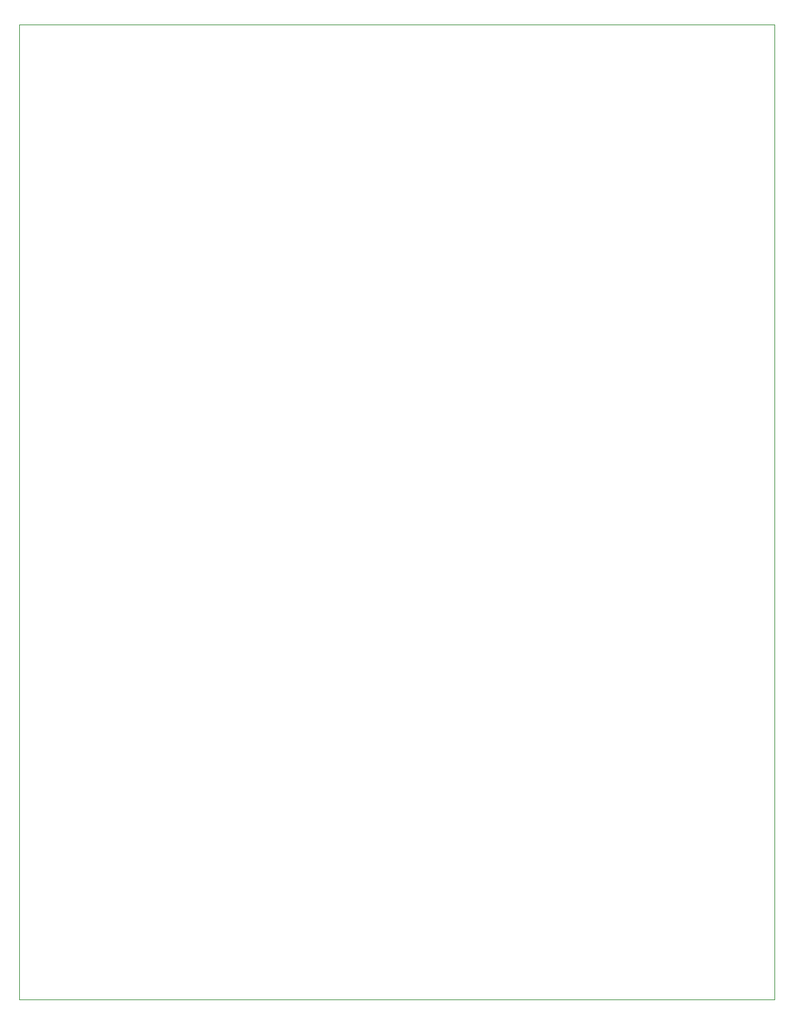
<source format=gbr>
%TF.GenerationSoftware,KiCad,Pcbnew,7.0.11-7.0.11~ubuntu22.04.1*%
%TF.CreationDate,2024-07-25T18:57:52+02:00*%
%TF.ProjectId,mcuboard_hw,6d637562-6f61-4726-945f-68772e6b6963,A*%
%TF.SameCoordinates,Original*%
%TF.FileFunction,Profile,NP*%
%FSLAX46Y46*%
G04 Gerber Fmt 4.6, Leading zero omitted, Abs format (unit mm)*
G04 Created by KiCad (PCBNEW 7.0.11-7.0.11~ubuntu22.04.1) date 2024-07-25 18:57:52*
%MOMM*%
%LPD*%
G01*
G04 APERTURE LIST*
%TA.AperFunction,Profile*%
%ADD10C,0.050000*%
%TD*%
G04 APERTURE END LIST*
D10*
X99060000Y-27940000D02*
X195580000Y-27940000D01*
X195580000Y-152400000D01*
X99060000Y-152400000D01*
X99060000Y-27940000D01*
M02*

</source>
